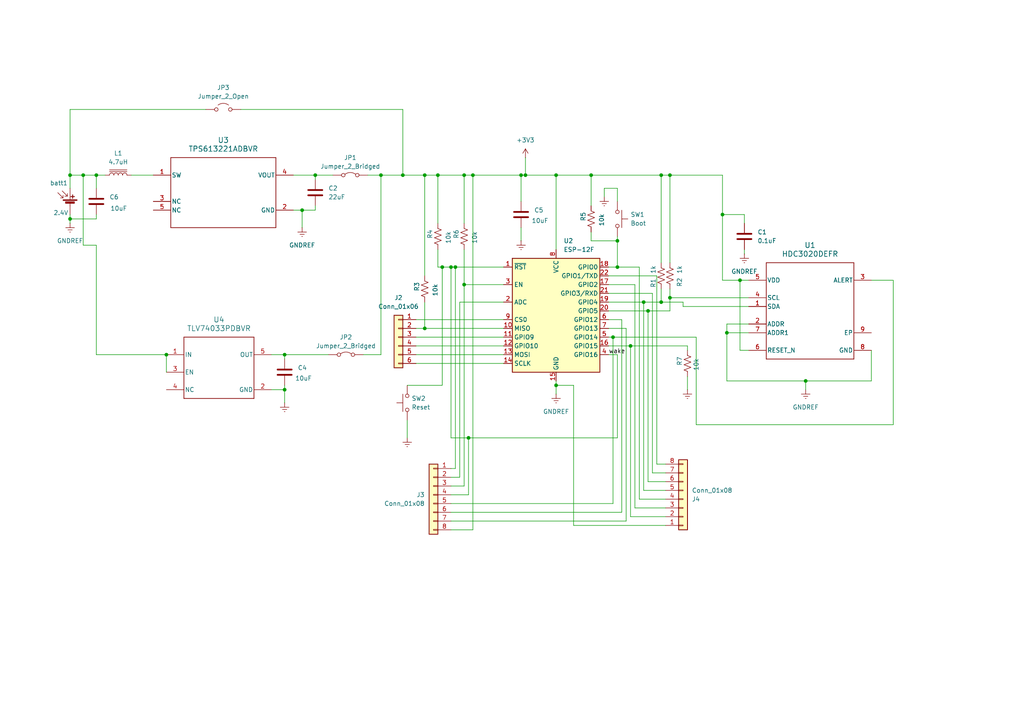
<source format=kicad_sch>
(kicad_sch (version 20231120) (generator "eeschema") (generator_version "8.0")
  (paper "A4")
  (lib_symbols
    (symbol "Connector_Generic:Conn_01x06" (pin_names (offset 1.016) hide)
      (property "Reference" "J" (at 0 7.62 0))
      (property "Value" "Conn_01x06" (at 0 -10.16 0))
      (symbol "Conn_01x06_1_1"
        (rectangle (start -1.27 -7.493) (end 0 -7.747) (stroke (width 0.1524)))
        (rectangle (start -1.27 -4.953) (end 0 -5.207) (stroke (width 0.1524)))
        (rectangle (start -1.27 -2.413) (end 0 -2.667) (stroke (width 0.1524)))
        (rectangle (start -1.27 0.127) (end 0 -0.127) (stroke (width 0.1524)))
        (rectangle (start -1.27 2.667) (end 0 2.413) (stroke (width 0.1524)))
        (rectangle (start -1.27 5.207) (end 0 4.953) (stroke (width 0.1524)))
        (rectangle (start -1.27 6.35) (end 1.27 -8.89) (stroke (width 0.254)) (fill (type background)))
        (pin passive line (at -5.08 5.08 0) (length 3.81) (name "Pin_1") (number "1"))
        (pin passive line (at -5.08 2.54 0) (length 3.81) (name "Pin_2") (number "2"))
        (pin passive line (at -5.08 0 0) (length 3.81) (name "Pin_3") (number "3"))
        (pin passive line (at -5.08 -2.54 0) (length 3.81) (name "Pin_4") (number "4"))
        (pin passive line (at -5.08 -5.08 0) (length 3.81) (name "Pin_5") (number "5"))
        (pin passive line (at -5.08 -7.62 0) (length 3.81) (name "Pin_6") (number "6"))
      )
    )
    (symbol "Connector_Generic:Conn_01x08" (pin_names (offset 1.016) hide)
      (property "Reference" "J" (at 0 10.16 0))
      (property "Value" "Conn_01x08" (at 0 -12.7 0))
      (symbol "Conn_01x08_1_1"
        (rectangle (start -1.27 -10.033) (end 0 -10.287) (stroke (width 0.1524)))
        (rectangle (start -1.27 -7.493) (end 0 -7.747) (stroke (width 0.1524)))
        (rectangle (start -1.27 -4.953) (end 0 -5.207) (stroke (width 0.1524)))
        (rectangle (start -1.27 -2.413) (end 0 -2.667) (stroke (width 0.1524)))
        (rectangle (start -1.27 0.127) (end 0 -0.127) (stroke (width 0.1524)))
        (rectangle (start -1.27 2.667) (end 0 2.413) (stroke (width 0.1524)))
        (rectangle (start -1.27 5.207) (end 0 4.953) (stroke (width 0.1524)))
        (rectangle (start -1.27 7.747) (end 0 7.493) (stroke (width 0.1524)))
        (rectangle (start -1.27 8.89) (end 1.27 -11.43) (stroke (width 0.254)) (fill (type background)))
        (pin passive line (at -5.08 7.62 0) (length 3.81) (name "Pin_1") (number "1"))
        (pin passive line (at -5.08 5.08 0) (length 3.81) (name "Pin_2") (number "2"))
        (pin passive line (at -5.08 2.54 0) (length 3.81) (name "Pin_3") (number "3"))
        (pin passive line (at -5.08 0 0) (length 3.81) (name "Pin_4") (number "4"))
        (pin passive line (at -5.08 -2.54 0) (length 3.81) (name "Pin_5") (number "5"))
        (pin passive line (at -5.08 -5.08 0) (length 3.81) (name "Pin_6") (number "6"))
        (pin passive line (at -5.08 -7.62 0) (length 3.81) (name "Pin_7") (number "7"))
        (pin passive line (at -5.08 -10.16 0) (length 3.81) (name "Pin_8") (number "8"))
      )
    )
    (symbol "Device:C" (pin_numbers hide) (pin_names (offset 0.254))
      (property "Reference" "C" (at 0.635 2.54 0))
      (property "Value" "C" (at 0.635 -2.54 0))
      (symbol "C_0_1"
        (polyline (pts (xy -2.032 -0.762) (xy 2.032 -0.762)) (stroke (width 0.508)))
        (polyline (pts (xy -2.032 0.762) (xy 2.032 0.762)) (stroke (width 0.508)))
      )
      (symbol "C_1_1"
        (pin passive line (at 0 3.81 270) (length 2.794) (name "~") (number "1"))
        (pin passive line (at 0 -3.81 90) (length 2.794) (name "~") (number "2"))
      )
    )
    (symbol "Device:L_Iron" (pin_numbers hide) (pin_names (offset 1.016) hide)
      (property "Reference" "L" (at -1.27 0 90))
      (property "Value" "L_Iron" (at 2.794 0 90))
      (symbol "L_Iron_0_1"
        (arc (start 0 -2.54) (mid 0.6323 -1.905) (end 0 -1.27))
        (arc (start 0 -1.27) (mid 0.6323 -0.635) (end 0 0))
        (polyline (pts (xy 1.016 2.54) (xy 1.016 -2.54)))
        (polyline (pts (xy 1.524 -2.54) (xy 1.524 2.54)))
        (arc (start 0 0) (mid 0.6323 0.635) (end 0 1.27))
        (arc (start 0 1.27) (mid 0.6323 1.905) (end 0 2.54))
      )
      (symbol "L_Iron_1_1"
        (pin passive line (at 0 3.81 270) (length 1.27) (name "1") (number "1"))
        (pin passive line (at 0 -3.81 90) (length 1.27) (name "2") (number "2"))
      )
    )
    (symbol "Device:R_US" (pin_numbers hide) (pin_names (offset 0))
      (property "Reference" "R" (at 2.54 0 90))
      (property "Value" "R_US" (at -2.54 0 90))
      (symbol "R_US_0_1"
        (polyline (pts (xy 0 -2.286) (xy 0 -2.54)))
        (polyline (pts (xy 0 2.286) (xy 0 2.54)))
        (polyline (pts (xy 0 -0.762) (xy 1.016 -1.143) (xy 0 -1.524) (xy -1.016 -1.905) (xy 0 -2.286)))
        (polyline (pts (xy 0 0.762) (xy 1.016 0.381) (xy 0 0) (xy -1.016 -0.381) (xy 0 -0.762)))
        (polyline (pts (xy 0 2.286) (xy 1.016 1.905) (xy 0 1.524) (xy -1.016 1.143) (xy 0 0.762)))
      )
      (symbol "R_US_1_1"
        (pin passive line (at 0 3.81 270) (length 1.27) (name "~") (number "1"))
        (pin passive line (at 0 -3.81 90) (length 1.27) (name "~") (number "2"))
      )
    )
    (symbol "Device:Solar_Cell" (pin_numbers hide) (pin_names (offset 0) hide)
      (property "Reference" "SC" (at 2.54 2.54 0))
      (property "Value" "Solar_Cell" (at 2.54 0 0))
      (symbol "Solar_Cell_0_1"
        (rectangle (start -2.032 1.778) (end 2.032 1.524) (fill (type outline)))
        (rectangle (start -1.3208 1.1938) (end 1.27 0.6858) (fill (type outline)))
        (polyline (pts (xy -2.032 2.286) (xy -3.556 3.81)))
        (polyline (pts (xy -0.762 2.794) (xy -2.286 4.318)))
        (polyline (pts (xy 0 0.762) (xy 0 0)))
        (polyline (pts (xy 0 1.778) (xy 0 2.54)))
        (polyline (pts (xy 0.254 2.667) (xy 1.27 2.667)) (stroke (width 0.254)))
        (polyline (pts (xy 0.762 3.175) (xy 0.762 2.159)) (stroke (width 0.254)))
        (polyline (pts (xy -2.032 3.048) (xy -2.032 2.286) (xy -2.794 2.286)))
        (polyline (pts (xy -0.762 3.556) (xy -0.762 2.794) (xy -1.524 2.794)))
      )
      (symbol "Solar_Cell_1_1"
        (pin passive line (at 0 5.08 270) (length 2.54) (name "+") (number "1"))
        (pin passive line (at 0 -2.54 90) (length 2.54) (name "-") (number "2"))
      )
    )
    (symbol "Jumper:Jumper_2_Bridged" (pin_numbers hide) (pin_names (offset 0) hide) (exclude_from_sim yes)
      (property "Reference" "JP" (at 0 1.905 0))
      (property "Value" "Jumper_2_Bridged" (at 0 -2.54 0))
      (symbol "Jumper_2_Bridged_0_0"
        (circle (center -2.032 0) (radius 0.508))
        (circle (center 2.032 0) (radius 0.508))
      )
      (symbol "Jumper_2_Bridged_0_1"
        (arc (start 1.524 0.254) (mid 0 0.762) (end -1.524 0.254))
      )
      (symbol "Jumper_2_Bridged_1_1"
        (pin passive line (at -5.08 0 0) (length 2.54) (name "A") (number "1"))
        (pin passive line (at 5.08 0 180) (length 2.54) (name "B") (number "2"))
      )
    )
    (symbol "Jumper:Jumper_2_Open" (pin_numbers hide) (pin_names (offset 0) hide) (exclude_from_sim yes)
      (property "Reference" "JP" (at 0 2.794 0))
      (property "Value" "Jumper_2_Open" (at 0 -2.286 0))
      (symbol "Jumper_2_Open_0_0"
        (circle (center -2.032 0) (radius 0.508))
        (circle (center 2.032 0) (radius 0.508))
      )
      (symbol "Jumper_2_Open_0_1"
        (arc (start 1.524 1.27) (mid 0 1.778) (end -1.524 1.27))
      )
      (symbol "Jumper_2_Open_1_1"
        (pin passive line (at -5.08 0 0) (length 2.54) (name "A") (number "1"))
        (pin passive line (at 5.08 0 180) (length 2.54) (name "B") (number "2"))
      )
    )
    (symbol "RF_Module:ESP-12F"
      (property "Reference" "U" (at -12.7 19.05 0))
      (property "Value" "ESP-12F" (at 12.7 19.05 0))
      (symbol "ESP-12F_0_1"
        (rectangle (start -12.7 17.78) (end 12.7 -15.24) (stroke (width 0.254)) (fill (type background)))
      )
      (symbol "ESP-12F_1_1"
        (pin input line (at -15.24 15.24 0) (length 2.54) (name "~{RST}") (number "1"))
        (pin bidirectional line (at -15.24 -2.54 0) (length 2.54) (name "MISO") (number "10"))
        (pin bidirectional line (at -15.24 -5.08 0) (length 2.54) (name "GPIO9") (number "11"))
        (pin bidirectional line (at -15.24 -7.62 0) (length 2.54) (name "GPIO10") (number "12"))
        (pin bidirectional line (at -15.24 -10.16 0) (length 2.54) (name "MOSI") (number "13"))
        (pin bidirectional line (at -15.24 -12.7 0) (length 2.54) (name "SCLK") (number "14"))
        (pin power_in line (at 0 -17.78 90) (length 2.54) (name "GND") (number "15"))
        (pin bidirectional line (at 15.24 -7.62 180) (length 2.54) (name "GPIO15") (number "16"))
        (pin bidirectional line (at 15.24 10.16 180) (length 2.54) (name "GPIO2") (number "17"))
        (pin bidirectional line (at 15.24 15.24 180) (length 2.54) (name "GPIO0") (number "18"))
        (pin bidirectional line (at 15.24 5.08 180) (length 2.54) (name "GPIO4") (number "19"))
        (pin input line (at -15.24 5.08 0) (length 2.54) (name "ADC") (number "2"))
        (pin bidirectional line (at 15.24 2.54 180) (length 2.54) (name "GPIO5") (number "20"))
        (pin bidirectional line (at 15.24 7.62 180) (length 2.54) (name "GPIO3/RXD") (number "21"))
        (pin bidirectional line (at 15.24 12.7 180) (length 2.54) (name "GPIO1/TXD") (number "22"))
        (pin input line (at -15.24 10.16 0) (length 2.54) (name "EN") (number "3"))
        (pin bidirectional line (at 15.24 -10.16 180) (length 2.54) (name "GPIO16") (number "4"))
        (pin bidirectional line (at 15.24 -5.08 180) (length 2.54) (name "GPIO14") (number "5"))
        (pin bidirectional line (at 15.24 0 180) (length 2.54) (name "GPIO12") (number "6"))
        (pin bidirectional line (at 15.24 -2.54 180) (length 2.54) (name "GPIO13") (number "7"))
        (pin power_in line (at 0 20.32 270) (length 2.54) (name "VCC") (number "8"))
        (pin input line (at -15.24 0 0) (length 2.54) (name "CS0") (number "9"))
      )
    )
    (symbol "Switch:SW_Push" (pin_numbers hide) (pin_names (offset 1.016) hide)
      (property "Reference" "SW" (at 1.27 2.54 0))
      (property "Value" "SW_Push" (at 0 -1.524 0))
      (symbol "SW_Push_0_1"
        (circle (center -2.032 0) (radius 0.508))
        (polyline (pts (xy 0 1.27) (xy 0 3.048)))
        (polyline (pts (xy 2.54 1.27) (xy -2.54 1.27)))
        (circle (center 2.032 0) (radius 0.508))
        (pin passive line (at -5.08 0 0) (length 2.54) (name "1") (number "1"))
        (pin passive line (at 5.08 0 180) (length 2.54) (name "2") (number "2"))
      )
    )
    (symbol "power:+3V3" (power) (pin_numbers hide) (pin_names (offset 0) hide)
      (property "Value" "+3V3" (at 0 3.556 0))
      (symbol "+3V3_0_1"
        (polyline (pts (xy -0.762 1.27) (xy 0 2.54)))
        (polyline (pts (xy 0 0) (xy 0 2.54)))
        (polyline (pts (xy 0 2.54) (xy 0.762 1.27)))
      )
      (symbol "+3V3_1_1"
        (pin power_in line (at 0 0 90) (length 0) (name "~") (number "1"))
      )
    )
    (symbol "power:GNDREF" (power) (pin_numbers hide) (pin_names (offset 0) hide)
      (property "Value" "GNDREF" (at 0 -3.81 0))
      (symbol "GNDREF_0_1"
        (polyline (pts (xy -0.635 -1.905) (xy 0.635 -1.905)))
        (polyline (pts (xy -0.127 -2.54) (xy 0.127 -2.54)))
        (polyline (pts (xy 0 -1.27) (xy 0 0)))
        (polyline (pts (xy 1.27 -1.27) (xy -1.27 -1.27)))
      )
      (symbol "GNDREF_1_1"
        (pin power_in line (at 0 0 270) (length 0) (name "~") (number "1"))
      )
    )
    (symbol "temp_sensor:HDC3020DEFR" (pin_names (offset 0.254))
      (property "Reference" "U" (at 0 2.54 0))
      (property "Value" "HDC3020DEFR" (at 12.954 7.366 0))
      (symbol "HDC3020DEFR_0_1"
        (polyline (pts (xy 5.08 -22.86) (xy 30.48 -22.86)) (stroke (width 0.2032)))
        (polyline (pts (xy 5.08 5.08) (xy 5.08 -22.86)) (stroke (width 0.2032)))
        (polyline (pts (xy 30.48 -22.86) (xy 30.48 5.08)) (stroke (width 0.2032)))
        (polyline (pts (xy 30.48 5.08) (xy 5.08 5.08)) (stroke (width 0.2032)))
        (pin bidirectional line (at 0 -7.62 0) (length 5.08) (name "SDA") (number "1"))
        (pin input line (at 0 -12.7 0) (length 5.08) (name "ADDR") (number "2"))
        (pin input line (at 35.56 0 180) (length 5.08) (name "ALERT") (number "3"))
        (pin input line (at 0 -5.08 0) (length 5.08) (name "SCL") (number "4"))
        (pin power_in line (at 0 0 0) (length 5.08) (name "VDD") (number "5"))
        (pin input line (at 0 -20.32 0) (length 5.08) (name "RESET_N") (number "6"))
        (pin input line (at 0 -15.24 0) (length 5.08) (name "ADDR1") (number "7"))
        (pin power_in line (at 35.56 -20.32 180) (length 5.08) (name "GND") (number "8"))
        (pin unspecified line (at 35.56 -15.24 180) (length 5.08) (name "EP") (number "9"))
      )
    )
    (symbol "temp_sensor:TLV74033PDBVR" (pin_names (offset 0.254))
      (property "Reference" "U" (at 0 2.54 0))
      (property "Value" "TLV74033PDBVR" (at 14.478 -14.732 0))
      (symbol "TLV74033PDBVR_0_1"
        (polyline (pts (xy 5.08 -12.7) (xy 25.4 -12.7)) (stroke (width 0.2032)))
        (polyline (pts (xy 5.08 5.08) (xy 5.08 -12.7)) (stroke (width 0.2032)))
        (polyline (pts (xy 25.4 -12.7) (xy 25.4 5.08)) (stroke (width 0.2032)))
        (polyline (pts (xy 25.4 5.08) (xy 5.08 5.08)) (stroke (width 0.2032)))
        (pin power_in line (at 0 0 0) (length 5.08) (name "IN") (number "1"))
        (pin power_in line (at 30.48 -10.16 180) (length 5.08) (name "GND") (number "2"))
        (pin input line (at 0 -5.08 0) (length 5.08) (name "EN") (number "3"))
        (pin unspecified line (at 0 -10.16 0) (length 5.08) (name "NC") (number "4"))
        (pin unspecified line (at 30.48 0 180) (length 5.08) (name "OUT") (number "5"))
      )
    )
    (symbol "temp_sensor:TPS613221ADBVR" (pin_names (offset 0.254))
      (property "Reference" "U" (at 12.954 11.684 0))
      (property "Value" "TPS613221ADBVR" (at -4.826 11.938 0))
      (symbol "TPS613221ADBVR_0_1"
        (polyline (pts (xy -15.24 -10.16) (xy 15.24 -10.16)) (stroke (width 0.2032)))
        (polyline (pts (xy -15.24 10.16) (xy -15.24 -10.16)) (stroke (width 0.2032)))
        (polyline (pts (xy 15.24 -10.16) (xy 15.24 10.16)) (stroke (width 0.2032)))
        (polyline (pts (xy 15.24 10.16) (xy -15.24 10.16)) (stroke (width 0.2032)))
        (pin power_in line (at -20.32 5.08 0) (length 5.08) (name "SW") (number "1"))
        (pin power_in line (at 20.32 -5.08 180) (length 5.08) (name "GND") (number "2"))
        (pin unspecified line (at -20.32 -2.54 0) (length 5.08) (name "NC") (number "3"))
        (pin power_in line (at 20.32 5.08 180) (length 5.08) (name "VOUT") (number "4"))
        (pin unspecified line (at -20.32 -5.08 0) (length 5.08) (name "NC") (number "5"))
      )
    )
  )
  (junction (at 127 50.8))
  (junction (at 24.13 50.8))
  (junction (at 82.55 102.87))
  (junction (at 20.32 50.8))
  (junction (at 152.4 50.8))
  (junction (at 210.82 96.52))
  (junction (at 128.27 77.47))
  (junction (at 134.62 50.8))
  (junction (at 214.63 81.28))
  (junction (at 135.89 127))
  (junction (at 179.07 77.47))
  (junction (at 182.88 100.33))
  (junction (at 123.19 95.25))
  (junction (at 171.45 50.8))
  (junction (at 87.63 60.96))
  (junction (at 20.32 63.5))
  (junction (at 177.8 97.79))
  (junction (at 134.62 82.55))
  (junction (at 194.31 86.36))
  (junction (at 110.49 50.8))
  (junction (at 179.07 69.85))
  (junction (at 186.69 87.63))
  (junction (at 137.16 50.8))
  (junction (at 132.08 77.47))
  (junction (at 116.84 50.8))
  (junction (at 123.19 50.8))
  (junction (at 161.29 50.8))
  (junction (at 161.29 111.76))
  (junction (at 209.55 62.23))
  (junction (at 191.77 50.8))
  (junction (at 130.81 77.47))
  (junction (at 27.94 50.8))
  (junction (at 191.77 87.63))
  (junction (at 91.44 50.8))
  (junction (at 187.96 90.17))
  (junction (at 233.68 110.49))
  (junction (at 151.13 50.8))
  (junction (at 82.55 113.03))
  (junction (at 48.26 102.87))
  (junction (at 194.31 50.8))
  (wire (pts (xy 193.04 139.7) (xy 187.96 139.7)))
  (wire (pts (xy 176.53 100.33) (xy 182.88 100.33)))
  (wire (pts (xy 176.53 102.87) (xy 179.07 102.87)))
  (wire (pts (xy 179.07 68.58) (xy 179.07 69.85)))
  (wire (pts (xy 91.44 60.96) (xy 87.63 60.96)))
  (wire (pts (xy 130.81 77.47) (xy 132.08 77.47)))
  (wire (pts (xy 214.63 101.6) (xy 214.63 81.28)))
  (wire (pts (xy 193.04 149.86) (xy 182.88 149.86)))
  (wire (pts (xy 181.61 151.13) (xy 181.61 95.25)))
  (wire (pts (xy 152.4 50.8) (xy 161.29 50.8)))
  (wire (pts (xy 20.32 50.8) (xy 24.13 50.8)))
  (wire (pts (xy 217.17 93.98) (xy 210.82 93.98)))
  (wire (pts (xy 91.44 59.69) (xy 91.44 60.96)))
  (wire (pts (xy 20.32 31.75) (xy 20.32 50.8)))
  (wire (pts (xy 123.19 95.25) (xy 123.19 87.63)))
  (wire (pts (xy 27.94 50.8) (xy 30.48 50.8)))
  (wire (pts (xy 215.9 62.23) (xy 209.55 62.23)))
  (wire (pts (xy 171.45 50.8) (xy 171.45 59.69)))
  (wire (pts (xy 210.82 110.49) (xy 233.68 110.49)))
  (wire (pts (xy 259.08 123.19) (xy 201.93 123.19)))
  (wire (pts (xy 184.15 82.55) (xy 176.53 82.55)))
  (wire (pts (xy 130.81 143.51) (xy 135.89 143.51)))
  (wire (pts (xy 179.07 69.85) (xy 179.07 77.47)))
  (wire (pts (xy 106.68 50.8) (xy 110.49 50.8)))
  (wire (pts (xy 133.35 138.43) (xy 133.35 87.63)))
  (wire (pts (xy 191.77 83.82) (xy 191.77 87.63)))
  (wire (pts (xy 201.93 123.19) (xy 201.93 97.79)))
  (wire (pts (xy 59.69 31.75) (xy 20.32 31.75)))
  (wire (pts (xy 177.8 97.79) (xy 176.53 97.79)))
  (wire (pts (xy 110.49 50.8) (xy 116.84 50.8)))
  (wire (pts (xy 161.29 50.8) (xy 171.45 50.8)))
  (wire (pts (xy 171.45 50.8) (xy 191.77 50.8)))
  (wire (pts (xy 137.16 50.8) (xy 151.13 50.8)))
  (wire (pts (xy 199.39 100.33) (xy 199.39 101.6)))
  (wire (pts (xy 82.55 113.03) (xy 82.55 116.84)))
  (wire (pts (xy 27.94 102.87) (xy 27.94 71.12)))
  (wire (pts (xy 130.81 135.89) (xy 132.08 135.89)))
  (wire (pts (xy 130.81 77.47) (xy 130.81 127)))
  (wire (pts (xy 186.69 87.63) (xy 191.77 87.63)))
  (wire (pts (xy 189.23 137.16) (xy 189.23 85.09)))
  (wire (pts (xy 134.62 72.39) (xy 134.62 82.55)))
  (wire (pts (xy 179.07 58.42) (xy 179.07 54.61)))
  (wire (pts (xy 191.77 50.8) (xy 191.77 76.2)))
  (wire (pts (xy 78.74 102.87) (xy 82.55 102.87)))
  (wire (pts (xy 233.68 110.49) (xy 233.68 113.03)))
  (wire (pts (xy 82.55 102.87) (xy 95.25 102.87)))
  (wire (pts (xy 120.65 100.33) (xy 146.05 100.33)))
  (wire (pts (xy 217.17 96.52) (xy 210.82 96.52)))
  (wire (pts (xy 134.62 50.8) (xy 134.62 64.77)))
  (wire (pts (xy 24.13 71.12) (xy 24.13 50.8)))
  (wire (pts (xy 194.31 50.8) (xy 194.31 76.2)))
  (wire (pts (xy 193.04 152.4) (xy 166.37 152.4)))
  (wire (pts (xy 215.9 72.39) (xy 215.9 73.66)))
  (wire (pts (xy 190.5 80.01) (xy 176.53 80.01)))
  (wire (pts (xy 123.19 95.25) (xy 146.05 95.25)))
  (wire (pts (xy 182.88 100.33) (xy 199.39 100.33)))
  (wire (pts (xy 198.12 88.9) (xy 217.17 88.9)))
  (wire (pts (xy 78.74 113.03) (xy 82.55 113.03)))
  (wire (pts (xy 87.63 66.04) (xy 87.63 60.96)))
  (wire (pts (xy 166.37 152.4) (xy 166.37 111.76)))
  (wire (pts (xy 48.26 107.95) (xy 48.26 102.87)))
  (wire (pts (xy 132.08 77.47) (xy 132.08 135.89)))
  (wire (pts (xy 194.31 86.36) (xy 217.17 86.36)))
  (wire (pts (xy 193.04 142.24) (xy 186.69 142.24)))
  (wire (pts (xy 179.07 77.47) (xy 176.53 77.47)))
  (wire (pts (xy 199.39 109.22) (xy 199.39 113.03)))
  (wire (pts (xy 161.29 111.76) (xy 161.29 114.3)))
  (wire (pts (xy 189.23 85.09) (xy 176.53 85.09)))
  (wire (pts (xy 27.94 63.5) (xy 20.32 63.5)))
  (wire (pts (xy 120.65 102.87) (xy 146.05 102.87)))
  (wire (pts (xy 187.96 139.7) (xy 187.96 90.17)))
  (wire (pts (xy 151.13 66.04) (xy 151.13 69.85)))
  (wire (pts (xy 176.53 87.63) (xy 186.69 87.63)))
  (wire (pts (xy 120.65 92.71) (xy 146.05 92.71)))
  (wire (pts (xy 27.94 62.23) (xy 27.94 63.5)))
  (wire (pts (xy 193.04 134.62) (xy 190.5 134.62)))
  (wire (pts (xy 135.89 127) (xy 179.07 127)))
  (wire (pts (xy 134.62 140.97) (xy 134.62 82.55)))
  (wire (pts (xy 137.16 153.67) (xy 137.16 50.8)))
  (wire (pts (xy 127 77.47) (xy 128.27 77.47)))
  (wire (pts (xy 184.15 147.32) (xy 184.15 82.55)))
  (wire (pts (xy 91.44 50.8) (xy 96.52 50.8)))
  (wire (pts (xy 27.94 102.87) (xy 48.26 102.87)))
  (wire (pts (xy 20.32 54.61) (xy 20.32 50.8)))
  (wire (pts (xy 132.08 77.47) (xy 146.05 77.47)))
  (wire (pts (xy 69.85 31.75) (xy 116.84 31.75)))
  (wire (pts (xy 134.62 50.8) (xy 137.16 50.8)))
  (wire (pts (xy 186.69 142.24) (xy 186.69 87.63)))
  (wire (pts (xy 127 77.47) (xy 127 72.39)))
  (wire (pts (xy 175.26 54.61) (xy 175.26 57.15)))
  (wire (pts (xy 151.13 50.8) (xy 151.13 58.42)))
  (wire (pts (xy 193.04 144.78) (xy 185.42 144.78)))
  (wire (pts (xy 123.19 50.8) (xy 123.19 80.01)))
  (wire (pts (xy 120.65 95.25) (xy 123.19 95.25)))
  (wire (pts (xy 130.81 127) (xy 135.89 127)))
  (wire (pts (xy 133.35 87.63) (xy 146.05 87.63)))
  (wire (pts (xy 209.55 62.23) (xy 209.55 81.28)))
  (wire (pts (xy 20.32 63.5) (xy 20.32 64.77)))
  (wire (pts (xy 190.5 134.62) (xy 190.5 80.01)))
  (wire (pts (xy 118.11 121.92) (xy 118.11 127)))
  (wire (pts (xy 191.77 87.63) (xy 198.12 87.63)))
  (wire (pts (xy 217.17 101.6) (xy 214.63 101.6)))
  (wire (pts (xy 209.55 81.28) (xy 214.63 81.28)))
  (wire (pts (xy 127 50.8) (xy 134.62 50.8)))
  (wire (pts (xy 194.31 90.17) (xy 194.31 86.36)))
  (wire (pts (xy 120.65 97.79) (xy 146.05 97.79)))
  (wire (pts (xy 194.31 50.8) (xy 209.55 50.8)))
  (wire (pts (xy 161.29 110.49) (xy 161.29 111.76)))
  (wire (pts (xy 123.19 50.8) (xy 127 50.8)))
  (wire (pts (xy 161.29 50.8) (xy 161.29 72.39)))
  (wire (pts (xy 179.07 127) (xy 179.07 102.87)))
  (wire (pts (xy 252.73 101.6) (xy 252.73 110.49)))
  (wire (pts (xy 27.94 71.12) (xy 24.13 71.12)))
  (wire (pts (xy 38.1 50.8) (xy 44.45 50.8)))
  (wire (pts (xy 116.84 31.75) (xy 116.84 50.8)))
  (wire (pts (xy 130.81 153.67) (xy 137.16 153.67)))
  (wire (pts (xy 252.73 81.28) (xy 259.08 81.28)))
  (wire (pts (xy 215.9 64.77) (xy 215.9 62.23)))
  (wire (pts (xy 130.81 146.05) (xy 177.8 146.05)))
  (wire (pts (xy 210.82 96.52) (xy 210.82 110.49)))
  (wire (pts (xy 130.81 140.97) (xy 134.62 140.97)))
  (wire (pts (xy 191.77 50.8) (xy 194.31 50.8)))
  (wire (pts (xy 166.37 111.76) (xy 161.29 111.76)))
  (wire (pts (xy 198.12 87.63) (xy 198.12 88.9)))
  (wire (pts (xy 120.65 105.41) (xy 146.05 105.41)))
  (wire (pts (xy 185.42 144.78) (xy 185.42 77.47)))
  (wire (pts (xy 27.94 50.8) (xy 27.94 54.61)))
  (wire (pts (xy 118.11 111.76) (xy 128.27 111.76)))
  (wire (pts (xy 193.04 137.16) (xy 189.23 137.16)))
  (wire (pts (xy 209.55 50.8) (xy 209.55 62.23)))
  (wire (pts (xy 187.96 90.17) (xy 194.31 90.17)))
  (wire (pts (xy 177.8 146.05) (xy 177.8 97.79)))
  (wire (pts (xy 20.32 62.23) (xy 20.32 63.5)))
  (wire (pts (xy 82.55 102.87) (xy 82.55 104.14)))
  (wire (pts (xy 130.81 138.43) (xy 133.35 138.43)))
  (wire (pts (xy 85.09 50.8) (xy 91.44 50.8)))
  (wire (pts (xy 152.4 45.72) (xy 152.4 50.8)))
  (wire (pts (xy 116.84 50.8) (xy 123.19 50.8)))
  (wire (pts (xy 180.34 92.71) (xy 176.53 92.71)))
  (wire (pts (xy 134.62 82.55) (xy 146.05 82.55)))
  (wire (pts (xy 91.44 52.07) (xy 91.44 50.8)))
  (wire (pts (xy 176.53 90.17) (xy 187.96 90.17)))
  (wire (pts (xy 24.13 50.8) (xy 27.94 50.8)))
  (wire (pts (xy 171.45 67.31) (xy 171.45 69.85)))
  (wire (pts (xy 194.31 83.82) (xy 194.31 86.36)))
  (wire (pts (xy 214.63 81.28) (xy 217.17 81.28)))
  (wire (pts (xy 171.45 69.85) (xy 179.07 69.85)))
  (wire (pts (xy 127 50.8) (xy 127 64.77)))
  (wire (pts (xy 87.63 60.96) (xy 85.09 60.96)))
  (wire (pts (xy 201.93 97.79) (xy 177.8 97.79)))
  (wire (pts (xy 193.04 147.32) (xy 184.15 147.32)))
  (wire (pts (xy 128.27 111.76) (xy 128.27 77.47)))
  (wire (pts (xy 210.82 93.98) (xy 210.82 96.52)))
  (wire (pts (xy 110.49 102.87) (xy 110.49 50.8)))
  (wire (pts (xy 180.34 148.59) (xy 180.34 92.71)))
  (wire (pts (xy 252.73 110.49) (xy 233.68 110.49)))
  (wire (pts (xy 135.89 143.51) (xy 135.89 127)))
  (wire (pts (xy 82.55 111.76) (xy 82.55 113.03)))
  (wire (pts (xy 175.26 54.61) (xy 179.07 54.61)))
  (wire (pts (xy 130.81 148.59) (xy 180.34 148.59)))
  (wire (pts (xy 181.61 95.25) (xy 176.53 95.25)))
  (wire (pts (xy 151.13 50.8) (xy 152.4 50.8)))
  (wire (pts (xy 105.41 102.87) (xy 110.49 102.87)))
  (wire (pts (xy 182.88 149.86) (xy 182.88 100.33)))
  (wire (pts (xy 128.27 77.47) (xy 130.81 77.47)))
  (wire (pts (xy 130.81 151.13) (xy 181.61 151.13)))
  (wire (pts (xy 259.08 81.28) (xy 259.08 123.19)))
  (wire (pts (xy 185.42 77.47) (xy 179.07 77.47)))
  (label "wake" (at 176.53 102.87 0))
  (symbol (lib_id "Jumper:Jumper_2_Bridged") (at 100.33 102.87 0) (unit 1) (exclude_from_sim yes)
    (property "Reference" "JP2" (at 100.33 97.79 0))
    (property "Value" "Jumper_2_Bridged" (at 100.33 100.33 0))
    (property "Footprint" "TestPoint:TestPoint_2Pads_Pitch2.54mm_Drill0.8mm" (effects (hide yes)))
    (property "Description" "Jumper, 2-pole, closed/bridged" (effects (hide yes)))
  )
  (symbol (lib_id "Device:R_US") (at 123.19 83.82 180) (unit 1)
    (property "Reference" "R3" (at 120.904 81.788 90) (effects (justify left)))
    (property "Value" "10k" (at 126.238 82.296 90) (effects (justify left)))
    (property "Footprint" "Resistor_SMD:R_0805_2012Metric_Pad1.20x1.40mm_HandSolder" (effects (hide yes)))
    (property "Description" "Resistor, US symbol" (effects (hide yes)))
  )
  (symbol (lib_id "Device:R_US") (at 171.45 63.5 180) (unit 1)
    (property "Reference" "R5" (at 169.164 61.468 90) (effects (justify left)))
    (property "Value" "10k" (at 174.498 61.976 90) (effects (justify left)))
    (property "Footprint" "Resistor_SMD:R_0805_2012Metric_Pad1.20x1.40mm_HandSolder" (effects (hide yes)))
    (property "Description" "Resistor, US symbol" (effects (hide yes)))
  )
  (symbol (lib_id "power:GNDREF") (at 151.13 69.85 0) (unit 1)
    (property "Reference" "#PWR012" (effects (hide yes)))
    (property "Value" "GNDREF" (effects (hide yes)))
    (property "Description" "Power symbol creates a global label with name \"GNDREF\" , reference supply ground" (effects (hide yes)))
  )
  (symbol (lib_id "RF_Module:ESP-12F") (at 161.29 92.71 0) (unit 1)
    (property "Reference" "U2" (at 163.4841 69.85 0) (effects (justify left)))
    (property "Value" "ESP-12F" (at 163.4841 72.39 0) (effects (justify left)))
    (property "Footprint" "RF_Module:ESP-12E" (effects (hide yes)))
    (property "Datasheet" "http://wiki.ai-thinker.com/_media/esp8266/esp8266_series_modules_user_manual_v1.1.pdf" (effects (hide yes)))
    (property "Description" "802.11 b/g/n Wi-Fi Module" (effects (hide yes)))
  )
  (symbol (lib_id "Device:C") (at 151.13 62.23 0) (unit 1)
    (property "Reference" "C5" (at 154.94 60.9599 0) (effects (justify left)))
    (property "Value" "10uF" (at 154.178 64.008 0) (effects (justify left)))
    (property "Footprint" "Capacitor_SMD:C_0805_2012Metric_Pad1.18x1.45mm_HandSolder" (effects (hide yes)))
    (property "Description" "Unpolarized capacitor" (effects (hide yes)))
  )
  (symbol (lib_id "power:GNDREF") (at 161.29 114.3 0) (unit 1)
    (property "Reference" "#PWR03" (effects (hide yes)))
    (property "Value" "GNDREF" (at 161.29 119.38 0))
    (property "Description" "Power symbol creates a global label with name \"GNDREF\" , reference supply ground" (effects (hide yes)))
  )
  (symbol (lib_id "power:+3V3") (at 152.4 45.72 0) (unit 1)
    (property "Reference" "#PWR011" (effects (hide yes)))
    (property "Value" "+3V3" (at 152.4 40.64 0))
    (property "Description" "Power symbol creates a global label with name \"+3V3\"" (effects (hide yes)))
  )
  (symbol (lib_id "Connector_Generic:Conn_01x08") (at 125.73 143.51 0) (mirror y) (unit 1)
    (property "Reference" "J3" (at 123.19 143.5099 0) (effects (justify left)))
    (property "Value" "Conn_01x08" (at 123.19 146.0499 0) (effects (justify left)))
    (property "Footprint" "Connector_PinHeader_2.54mm:PinHeader_1x08_P2.54mm_Vertical" (effects (hide yes)))
    (property "Description" "Generic connector, single row, 01x08, script generated (kicad-library-utils/schlib/autogen/connector/)" (effects (hide yes)))
  )
  (symbol (lib_id "temp_sensor:TPS613221ADBVR") (at 64.77 55.88 0) (unit 1)
    (property "Reference" "U3" (at 64.77 40.64 0) (effects (font (size 1.524 1.524))))
    (property "Value" "TPS613221ADBVR" (at 64.77 43.18 0) (effects (font (size 1.524 1.524))))
    (property "Footprint" "water_tank:DBV0005A_M" (effects (hide yes)))
    (property "Datasheet" "TPS613221ADBVR" (effects (hide yes)))
  )
  (symbol (lib_id "temp_sensor:TLV74033PDBVR") (at 48.26 102.87 0) (unit 1)
    (property "Reference" "U4" (at 63.5 92.71 0) (effects (font (size 1.524 1.524))))
    (property "Value" "TLV74033PDBVR" (at 63.5 95.25 0) (effects (font (size 1.524 1.524))))
    (property "Footprint" "water_tank:DBV0005A-IPC_A" (effects (hide yes)))
    (property "Datasheet" "TLV74033PDBVR" (effects (hide yes)))
  )
  (symbol (lib_id "Jumper:Jumper_2_Bridged") (at 101.6 50.8 0) (unit 1) (exclude_from_sim yes)
    (property "Reference" "JP1" (at 101.6 45.72 0))
    (property "Value" "Jumper_2_Bridged" (at 101.6 48.26 0))
    (property "Footprint" "TestPoint:TestPoint_2Pads_Pitch2.54mm_Drill0.8mm" (effects (hide yes)))
    (property "Description" "Jumper, 2-pole, closed/bridged" (effects (hide yes)))
  )
  (symbol (lib_id "Device:R_US") (at 191.77 80.01 180) (unit 1)
    (property "Reference" "R1" (at 189.484 80.772 90) (effects (justify left)))
    (property "Value" "1k" (at 189.484 76.962 90) (effects (justify left)))
    (property "Footprint" "Resistor_SMD:R_0805_2012Metric_Pad1.20x1.40mm_HandSolder" (effects (hide yes)))
    (property "Description" "Resistor, US symbol" (effects (hide yes)))
  )
  (symbol (lib_id "Device:R_US") (at 199.39 105.41 180) (unit 1)
    (property "Reference" "R7" (at 197.104 103.378 90) (effects (justify left)))
    (property "Value" "10k" (at 201.93 103.886 90) (effects (justify left)))
    (property "Footprint" "Resistor_SMD:R_0805_2012Metric_Pad1.20x1.40mm_HandSolder" (effects (hide yes)))
    (property "Description" "Resistor, US symbol" (effects (hide yes)))
  )
  (symbol (lib_id "Jumper:Jumper_2_Open") (at 64.77 31.75 0) (unit 1) (exclude_from_sim yes)
    (property "Reference" "JP3" (at 64.77 25.4 0))
    (property "Value" "Jumper_2_Open" (at 64.77 27.94 0))
    (property "Footprint" "TestPoint:TestPoint_2Pads_Pitch2.54mm_Drill0.8mm" (effects (hide yes)))
    (property "Description" "Jumper, 2-pole, open" (effects (hide yes)))
  )
  (symbol (lib_id "Device:C") (at 215.9 68.58 0) (unit 1)
    (property "Reference" "C1" (at 219.71 67.3099 0) (effects (justify left)))
    (property "Value" "0.1uF" (at 219.71 69.8499 0) (effects (justify left)))
    (property "Footprint" "Capacitor_SMD:C_0603_1608Metric_Pad1.08x0.95mm_HandSolder" (effects (hide yes)))
    (property "Description" "Unpolarized capacitor" (effects (hide yes)))
  )
  (symbol (lib_id "Switch:SW_Push") (at 118.11 116.84 90) (unit 1)
    (property "Reference" "SW2" (at 119.38 115.5699 90) (effects (justify right)))
    (property "Value" "Reset" (at 119.38 118.1099 90) (effects (justify right)))
    (property "Footprint" "water_tank:SW_PUSH" (effects (hide yes)))
    (property "Description" "Push button switch, generic, two pins" (effects (hide yes)))
  )
  (symbol (lib_id "power:GNDREF") (at 82.55 116.84 0) (unit 1)
    (property "Reference" "#PWR08" (effects (hide yes)))
    (property "Value" "GNDREF" (effects (hide yes)))
    (property "Description" "Power symbol creates a global label with name \"GNDREF\" , reference supply ground" (effects (hide yes)))
  )
  (symbol (lib_id "Connector_Generic:Conn_01x08") (at 198.12 144.78 0) (mirror x) (unit 1)
    (property "Reference" "J4" (at 200.66 144.7801 0) (effects (justify left)))
    (property "Value" "Conn_01x08" (at 200.66 142.2401 0) (effects (justify left)))
    (property "Footprint" "Connector_PinHeader_2.54mm:PinHeader_1x08_P2.54mm_Vertical" (effects (hide yes)))
    (property "Description" "Generic connector, single row, 01x08, script generated (kicad-library-utils/schlib/autogen/connector/)" (effects (hide yes)))
  )
  (symbol (lib_id "power:GNDREF") (at 233.68 113.03 0) (unit 1)
    (property "Reference" "#PWR01" (effects (hide yes)))
    (property "Value" "GNDREF" (at 233.68 118.11 0))
    (property "Description" "Power symbol creates a global label with name \"GNDREF\" , reference supply ground" (effects (hide yes)))
  )
  (symbol (lib_id "power:GNDREF") (at 20.32 64.77 0) (unit 1)
    (property "Reference" "#PWR05" (effects (hide yes)))
    (property "Value" "GNDREF" (at 20.32 69.85 0))
    (property "Description" "Power symbol creates a global label with name \"GNDREF\" , reference supply ground" (effects (hide yes)))
  )
  (symbol (lib_id "Device:R_US") (at 194.31 80.01 180) (unit 1)
    (property "Reference" "R2" (at 197.104 80.518 90) (effects (justify left)))
    (property "Value" "1k" (at 197.104 76.962 90) (effects (justify left)))
    (property "Footprint" "Resistor_SMD:R_0805_2012Metric_Pad1.20x1.40mm_HandSolder" (effects (hide yes)))
    (property "Description" "Resistor, US symbol" (effects (hide yes)))
  )
  (symbol (lib_id "power:GNDREF") (at 199.39 113.03 0) (unit 1)
    (property "Reference" "#PWR07" (effects (hide yes)))
    (property "Value" "GNDREF" (effects (hide yes)))
    (property "Description" "Power symbol creates a global label with name \"GNDREF\" , reference supply ground" (effects (hide yes)))
  )
  (symbol (lib_id "power:GNDREF") (at 87.63 66.04 0) (unit 1)
    (property "Reference" "#PWR04" (effects (hide yes)))
    (property "Value" "GNDREF" (at 87.63 71.12 0))
    (property "Description" "Power symbol creates a global label with name \"GNDREF\" , reference supply ground" (effects (hide yes)))
  )
  (symbol (lib_id "temp_sensor:HDC3020DEFR") (at 217.17 81.28 0) (unit 1)
    (property "Reference" "U1" (at 234.95 71.12 0) (effects (font (size 1.524 1.524))))
    (property "Value" "HDC3020DEFR" (at 234.95 73.66 0) (effects (font (size 1.524 1.524))))
    (property "Footprint" "water_tank:DEF0008A-IPC_A" (effects (hide yes)))
    (property "Datasheet" "HDC3020DEFR" (effects (hide yes)))
  )
  (symbol (lib_id "Connector_Generic:Conn_01x06") (at 115.57 97.79 0) (mirror y) (unit 1)
    (property "Reference" "J2" (at 115.57 86.36 0))
    (property "Value" "Conn_01x06" (at 115.57 88.9 0))
    (property "Footprint" "Connector_PinHeader_2.54mm:PinHeader_1x06_P2.54mm_Vertical" (effects (hide yes)))
    (property "Description" "Generic connector, single row, 01x06, script generated (kicad-library-utils/schlib/autogen/connector/)" (effects (hide yes)))
  )
  (symbol (lib_id "power:GNDREF") (at 118.11 127 0) (unit 1)
    (property "Reference" "#PWR010" (effects (hide yes)))
    (property "Value" "GNDREF" (effects (hide yes)))
    (property "Description" "Power symbol creates a global label with name \"GNDREF\" , reference supply ground" (effects (hide yes)))
  )
  (symbol (lib_id "Device:L_Iron") (at 34.29 50.8 90) (unit 1)
    (property "Reference" "L1" (at 34.29 44.45 90))
    (property "Value" "4.7uH" (at 34.29 46.99 90))
    (property "Footprint" "Inductor_SMD:L_1210_3225Metric_Pad1.42x2.65mm_HandSolder" (effects (hide yes)))
    (property "Description" "Inductor with iron core" (effects (hide yes)))
  )
  (symbol (lib_id "Device:C") (at 27.94 58.42 0) (unit 1)
    (property "Reference" "C6" (at 31.75 57.1499 0) (effects (justify left)))
    (property "Value" "10uF" (at 32.004 60.452 0) (effects (justify left)))
    (property "Footprint" "Capacitor_SMD:C_0805_2012Metric_Pad1.18x1.45mm_HandSolder" (effects (hide yes)))
    (property "Description" "Unpolarized capacitor" (effects (hide yes)))
  )
  (symbol (lib_id "power:GNDREF") (at 215.9 73.66 0) (unit 1)
    (property "Reference" "#PWR02" (effects (hide yes)))
    (property "Value" "GNDREF" (at 215.9 78.74 0))
    (property "Description" "Power symbol creates a global label with name \"GNDREF\" , reference supply ground" (effects (hide yes)))
  )
  (symbol (lib_id "Device:R_US") (at 127 68.58 180) (unit 1)
    (property "Reference" "R4" (at 124.714 66.548 90) (effects (justify left)))
    (property "Value" "10k" (at 130.048 67.056 90) (effects (justify left)))
    (property "Footprint" "Resistor_SMD:R_0805_2012Metric_Pad1.20x1.40mm_HandSolder" (effects (hide yes)))
    (property "Description" "Resistor, US symbol" (effects (hide yes)))
  )
  (symbol (lib_id "Device:C") (at 82.55 107.95 0) (unit 1)
    (property "Reference" "C4" (at 86.36 106.6799 0) (effects (justify left)))
    (property "Value" "10uF" (at 85.598 109.728 0) (effects (justify left)))
    (property "Footprint" "Capacitor_SMD:C_0805_2012Metric_Pad1.18x1.45mm_HandSolder" (effects (hide yes)))
    (property "Description" "Unpolarized capacitor" (effects (hide yes)))
  )
  (symbol (lib_id "Device:R_US") (at 134.62 68.58 180) (unit 1)
    (property "Reference" "R6" (at 132.334 66.548 90) (effects (justify left)))
    (property "Value" "10k" (at 137.668 67.056 90) (effects (justify left)))
    (property "Footprint" "Resistor_SMD:R_0805_2012Metric_Pad1.20x1.40mm_HandSolder" (effects (hide yes)))
    (property "Description" "Resistor, US symbol" (effects (hide yes)))
  )
  (symbol (lib_id "Switch:SW_Push") (at 179.07 63.5 270) (unit 1)
    (property "Reference" "SW1" (at 182.88 62.2299 90) (effects (justify left)))
    (property "Value" "Boot" (at 182.88 64.7699 90) (effects (justify left)))
    (property "Footprint" "water_tank:SW_PUSH" (effects (hide yes)))
    (property "Description" "Push button switch, generic, two pins" (effects (hide yes)))
  )
  (symbol (lib_id "power:GNDREF") (at 175.26 57.15 0) (unit 1)
    (property "Reference" "#PWR06" (effects (hide yes)))
    (property "Value" "GNDREF" (effects (hide yes)))
    (property "Description" "Power symbol creates a global label with name \"GNDREF\" , reference supply ground" (effects (hide yes)))
  )
  (symbol (lib_id "Device:C") (at 91.44 55.88 0) (unit 1)
    (property "Reference" "C2" (at 95.25 54.6099 0) (effects (justify left)))
    (property "Value" "22uF" (at 95.25 57.1499 0) (effects (justify left)))
    (property "Footprint" "Capacitor_SMD:C_0603_1608Metric_Pad1.08x0.95mm_HandSolder" (effects (hide yes)))
    (property "Description" "Unpolarized capacitor" (effects (hide yes)))
  )
  (symbol (lib_id "Device:Solar_Cell") (at 20.32 59.69 0) (unit 1)
    (property "Reference" "batt1" (at 14.478 53.086 0) (effects (justify left)))
    (property "Value" "2.4V" (at 15.494 61.722 0) (effects (justify left)))
    (property "Footprint" "Connector_JST:JST_XH_B2B-XH-A_1x02_P2.50mm_Vertical" (effects (hide yes)))
    (property "Description" "Single solar cell" (effects (hide yes)))
  )
)
</source>
